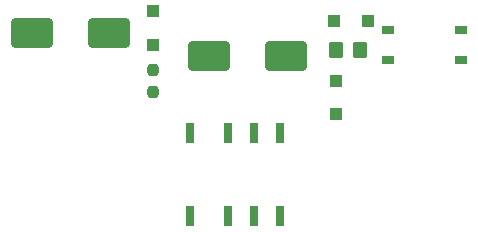
<source format=gbr>
%TF.GenerationSoftware,KiCad,Pcbnew,7.0.7*%
%TF.CreationDate,2023-09-11T13:21:53+02:00*%
%TF.ProjectId,MarklinBlock,4d61726b-6c69-46e4-926c-6f636b2e6b69,rev?*%
%TF.SameCoordinates,Original*%
%TF.FileFunction,Paste,Top*%
%TF.FilePolarity,Positive*%
%FSLAX46Y46*%
G04 Gerber Fmt 4.6, Leading zero omitted, Abs format (unit mm)*
G04 Created by KiCad (PCBNEW 7.0.7) date 2023-09-11 13:21:53*
%MOMM*%
%LPD*%
G01*
G04 APERTURE LIST*
G04 Aperture macros list*
%AMRoundRect*
0 Rectangle with rounded corners*
0 $1 Rounding radius*
0 $2 $3 $4 $5 $6 $7 $8 $9 X,Y pos of 4 corners*
0 Add a 4 corners polygon primitive as box body*
4,1,4,$2,$3,$4,$5,$6,$7,$8,$9,$2,$3,0*
0 Add four circle primitives for the rounded corners*
1,1,$1+$1,$2,$3*
1,1,$1+$1,$4,$5*
1,1,$1+$1,$6,$7*
1,1,$1+$1,$8,$9*
0 Add four rect primitives between the rounded corners*
20,1,$1+$1,$2,$3,$4,$5,0*
20,1,$1+$1,$4,$5,$6,$7,0*
20,1,$1+$1,$6,$7,$8,$9,0*
20,1,$1+$1,$8,$9,$2,$3,0*%
G04 Aperture macros list end*
%ADD10RoundRect,0.250000X1.500000X1.000000X-1.500000X1.000000X-1.500000X-1.000000X1.500000X-1.000000X0*%
%ADD11RoundRect,0.237500X-0.237500X0.250000X-0.237500X-0.250000X0.237500X-0.250000X0.237500X0.250000X0*%
%ADD12RoundRect,0.250000X0.350000X0.450000X-0.350000X0.450000X-0.350000X-0.450000X0.350000X-0.450000X0*%
%ADD13RoundRect,0.250000X-1.500000X-1.000000X1.500000X-1.000000X1.500000X1.000000X-1.500000X1.000000X0*%
%ADD14R,1.000000X0.800000*%
%ADD15R,1.100000X1.100000*%
%ADD16R,0.800000X1.800000*%
G04 APERTURE END LIST*
D10*
%TO.C,C2*%
X129250000Y-129000000D03*
X122750000Y-129000000D03*
%TD*%
D11*
%TO.C,R2*%
X133000000Y-132187500D03*
X133000000Y-134012500D03*
%TD*%
D12*
%TO.C,R1*%
X150500000Y-130500000D03*
X148500000Y-130500000D03*
%TD*%
D13*
%TO.C,C1*%
X137750000Y-131000000D03*
X144250000Y-131000000D03*
%TD*%
D14*
%TO.C,D3*%
X159075000Y-131270000D03*
X159075000Y-128730000D03*
X152925000Y-128730000D03*
X152925000Y-131270000D03*
%TD*%
D15*
%TO.C,D2*%
X148500000Y-135900000D03*
X148500000Y-133100000D03*
%TD*%
D16*
%TO.C,K1*%
X136100000Y-144500000D03*
X139300000Y-144500000D03*
X141500000Y-144500000D03*
X143700000Y-144500000D03*
X143700000Y-137500000D03*
X141500000Y-137500000D03*
X139300000Y-137500000D03*
X136100000Y-137500000D03*
%TD*%
D15*
%TO.C,D1*%
X148354000Y-128000000D03*
X151154000Y-128000000D03*
%TD*%
%TO.C,D4*%
X133000000Y-130000000D03*
X133000000Y-127200000D03*
%TD*%
M02*

</source>
